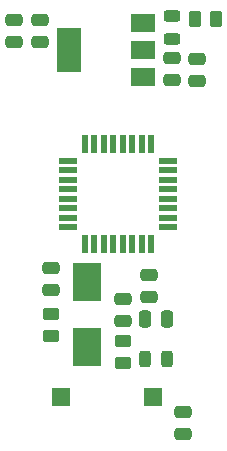
<source format=gbr>
%TF.GenerationSoftware,KiCad,Pcbnew,(6.0.2)*%
%TF.CreationDate,2022-05-10T09:18:46+02:00*%
%TF.ProjectId,STM8_Breakout-board,53544d38-5f42-4726-9561-6b6f75742d62,rev?*%
%TF.SameCoordinates,PX7e5ca20PY62fdcc0*%
%TF.FileFunction,Paste,Top*%
%TF.FilePolarity,Positive*%
%FSLAX46Y46*%
G04 Gerber Fmt 4.6, Leading zero omitted, Abs format (unit mm)*
G04 Created by KiCad (PCBNEW (6.0.2)) date 2022-05-10 09:18:46*
%MOMM*%
%LPD*%
G01*
G04 APERTURE LIST*
G04 Aperture macros list*
%AMRoundRect*
0 Rectangle with rounded corners*
0 $1 Rounding radius*
0 $2 $3 $4 $5 $6 $7 $8 $9 X,Y pos of 4 corners*
0 Add a 4 corners polygon primitive as box body*
4,1,4,$2,$3,$4,$5,$6,$7,$8,$9,$2,$3,0*
0 Add four circle primitives for the rounded corners*
1,1,$1+$1,$2,$3*
1,1,$1+$1,$4,$5*
1,1,$1+$1,$6,$7*
1,1,$1+$1,$8,$9*
0 Add four rect primitives between the rounded corners*
20,1,$1+$1,$2,$3,$4,$5,0*
20,1,$1+$1,$4,$5,$6,$7,0*
20,1,$1+$1,$6,$7,$8,$9,0*
20,1,$1+$1,$8,$9,$2,$3,0*%
G04 Aperture macros list end*
%ADD10RoundRect,0.250000X-0.450000X0.262500X-0.450000X-0.262500X0.450000X-0.262500X0.450000X0.262500X0*%
%ADD11RoundRect,0.250000X-0.475000X0.250000X-0.475000X-0.250000X0.475000X-0.250000X0.475000X0.250000X0*%
%ADD12RoundRect,0.243750X-0.243750X-0.456250X0.243750X-0.456250X0.243750X0.456250X-0.243750X0.456250X0*%
%ADD13RoundRect,0.250000X0.450000X-0.262500X0.450000X0.262500X-0.450000X0.262500X-0.450000X-0.262500X0*%
%ADD14RoundRect,0.250000X-0.262500X-0.450000X0.262500X-0.450000X0.262500X0.450000X-0.262500X0.450000X0*%
%ADD15RoundRect,0.243750X-0.456250X0.243750X-0.456250X-0.243750X0.456250X-0.243750X0.456250X0.243750X0*%
%ADD16R,0.550000X1.500000*%
%ADD17R,1.500000X0.550000*%
%ADD18RoundRect,0.250000X0.250000X0.475000X-0.250000X0.475000X-0.250000X-0.475000X0.250000X-0.475000X0*%
%ADD19R,2.000000X1.500000*%
%ADD20R,2.000000X3.800000*%
%ADD21RoundRect,0.250000X0.475000X-0.250000X0.475000X0.250000X-0.475000X0.250000X-0.475000X-0.250000X0*%
%ADD22R,1.500000X1.500000*%
%ADD23R,2.400000X3.325000*%
G04 APERTURE END LIST*
D10*
%TO.C,R3*%
X13700000Y13312500D03*
X13700000Y11487500D03*
%TD*%
D11*
%TO.C,C7*%
X4500000Y40550000D03*
X4500000Y38650000D03*
%TD*%
D12*
%TO.C,D2*%
X15562500Y11800000D03*
X17437500Y11800000D03*
%TD*%
D13*
%TO.C,R1*%
X7600000Y13800000D03*
X7600000Y15625000D03*
%TD*%
D14*
%TO.C,R2*%
X19787500Y40600000D03*
X21612500Y40600000D03*
%TD*%
D11*
%TO.C,C2*%
X7600000Y19550000D03*
X7600000Y17650000D03*
%TD*%
%TO.C,C6*%
X6700000Y40550000D03*
X6700000Y38650000D03*
%TD*%
%TO.C,C8*%
X17900000Y37350000D03*
X17900000Y35450000D03*
%TD*%
D15*
%TO.C,D1*%
X17900000Y40837500D03*
X17900000Y38962500D03*
%TD*%
D11*
%TO.C,C1*%
X18800000Y7350000D03*
X18800000Y5450000D03*
%TD*%
D16*
%TO.C,U1*%
X10500000Y21600000D03*
X11300000Y21600000D03*
X12100000Y21600000D03*
X12900000Y21600000D03*
X13700000Y21600000D03*
X14500000Y21600000D03*
X15300000Y21600000D03*
X16100000Y21600000D03*
D17*
X17500000Y23000000D03*
X17500000Y23800000D03*
X17500000Y24600000D03*
X17500000Y25400000D03*
X17500000Y26200000D03*
X17500000Y27000000D03*
X17500000Y27800000D03*
X17500000Y28600000D03*
D16*
X16100000Y30000000D03*
X15300000Y30000000D03*
X14500000Y30000000D03*
X13700000Y30000000D03*
X12900000Y30000000D03*
X12100000Y30000000D03*
X11300000Y30000000D03*
X10500000Y30000000D03*
D17*
X9100000Y28600000D03*
X9100000Y27800000D03*
X9100000Y27000000D03*
X9100000Y26200000D03*
X9100000Y25400000D03*
X9100000Y24600000D03*
X9100000Y23800000D03*
X9100000Y23000000D03*
%TD*%
D18*
%TO.C,C5*%
X17450000Y15200000D03*
X15550000Y15200000D03*
%TD*%
D19*
%TO.C,U2*%
X15450000Y35700000D03*
X15450000Y38000000D03*
D20*
X9150000Y38000000D03*
D19*
X15450000Y40300000D03*
%TD*%
D11*
%TO.C,C9*%
X20000000Y37250000D03*
X20000000Y35350000D03*
%TD*%
D21*
%TO.C,C3*%
X13700000Y15050000D03*
X13700000Y16950000D03*
%TD*%
D22*
%TO.C,SW1*%
X16300000Y8600000D03*
X8500000Y8600000D03*
%TD*%
D11*
%TO.C,C4*%
X15900000Y18950000D03*
X15900000Y17050000D03*
%TD*%
D23*
%TO.C,Y1*%
X10700000Y18362500D03*
X10700000Y12837500D03*
%TD*%
M02*

</source>
